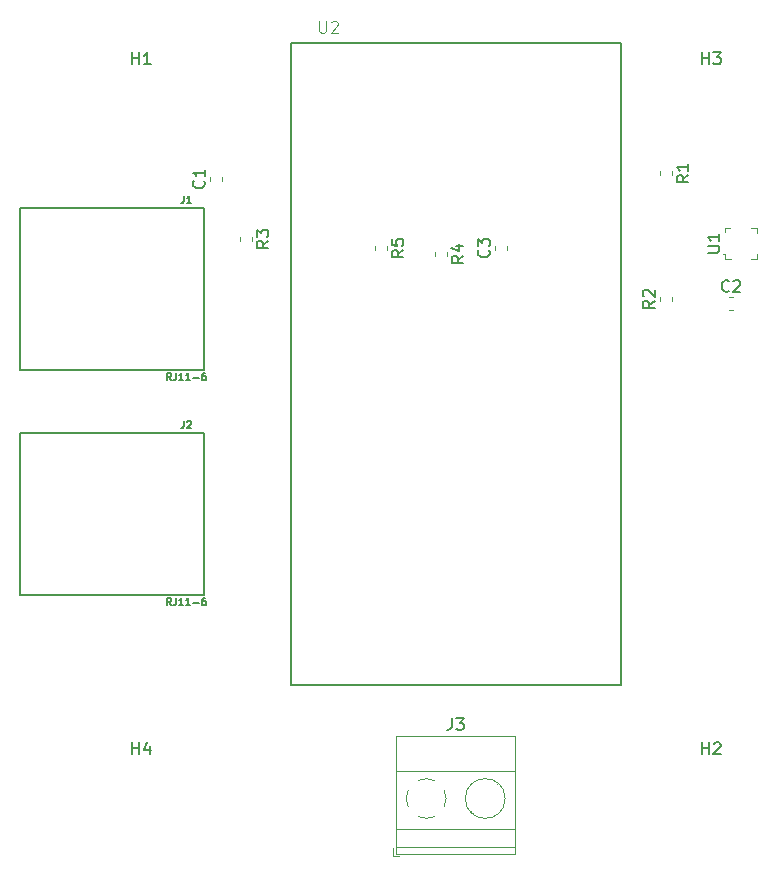
<source format=gbr>
%TF.GenerationSoftware,KiCad,Pcbnew,5.1.7-a382d34a8~88~ubuntu20.04.1*%
%TF.CreationDate,2021-03-16T20:42:08-04:00*%
%TF.ProjectId,weather_station,77656174-6865-4725-9f73-746174696f6e,rev?*%
%TF.SameCoordinates,Original*%
%TF.FileFunction,Legend,Top*%
%TF.FilePolarity,Positive*%
%FSLAX46Y46*%
G04 Gerber Fmt 4.6, Leading zero omitted, Abs format (unit mm)*
G04 Created by KiCad (PCBNEW 5.1.7-a382d34a8~88~ubuntu20.04.1) date 2021-03-16 20:42:08*
%MOMM*%
%LPD*%
G01*
G04 APERTURE LIST*
%ADD10C,0.120000*%
%ADD11C,0.203200*%
%ADD12C,0.100000*%
%ADD13C,0.127000*%
%ADD14C,0.150000*%
%ADD15C,0.015000*%
G04 APERTURE END LIST*
D10*
%TO.C,C3*%
X144020000Y-76766267D02*
X144020000Y-76423733D01*
X143000000Y-76766267D02*
X143000000Y-76423733D01*
%TO.C,R5*%
X132840000Y-76423733D02*
X132840000Y-76766267D01*
X133860000Y-76423733D02*
X133860000Y-76766267D01*
%TO.C,R4*%
X137920000Y-76903733D02*
X137920000Y-77246267D01*
X138940000Y-76903733D02*
X138940000Y-77246267D01*
%TO.C,R3*%
X121410000Y-75633733D02*
X121410000Y-75976267D01*
X122430000Y-75633733D02*
X122430000Y-75976267D01*
%TO.C,C1*%
X119890000Y-70896267D02*
X119890000Y-70553733D01*
X118870000Y-70896267D02*
X118870000Y-70553733D01*
%TO.C,C2*%
X162783733Y-81790000D02*
X163126267Y-81790000D01*
X162783733Y-80770000D02*
X163126267Y-80770000D01*
D11*
%TO.C,J1*%
X102743000Y-86868000D02*
X102743000Y-73152000D01*
X118364000Y-73152000D02*
X102743000Y-73152000D01*
X118364000Y-86868000D02*
X118364000Y-73152000D01*
X102743000Y-86868000D02*
X118364000Y-86868000D01*
%TO.C,J2*%
X102743000Y-105918000D02*
X118364000Y-105918000D01*
X118364000Y-105918000D02*
X118364000Y-92202000D01*
X118364000Y-92202000D02*
X102743000Y-92202000D01*
X102743000Y-105918000D02*
X102743000Y-92202000D01*
D10*
%TO.C,J3*%
X134360000Y-128090000D02*
X134860000Y-128090000D01*
X134360000Y-127350000D02*
X134360000Y-128090000D01*
X140933000Y-124213000D02*
X140886000Y-124259000D01*
X143230000Y-121915000D02*
X143195000Y-121951000D01*
X141126000Y-124429000D02*
X141091000Y-124464000D01*
X143435000Y-122121000D02*
X143388000Y-122167000D01*
X144720000Y-117929000D02*
X144720000Y-127850000D01*
X134600000Y-117929000D02*
X134600000Y-127850000D01*
X134600000Y-127850000D02*
X144720000Y-127850000D01*
X134600000Y-117929000D02*
X144720000Y-117929000D01*
X134600000Y-120889000D02*
X144720000Y-120889000D01*
X134600000Y-125790000D02*
X144720000Y-125790000D01*
X134600000Y-127290000D02*
X144720000Y-127290000D01*
X143840000Y-123190000D02*
G75*
G03*
X143840000Y-123190000I-1680000J0D01*
G01*
X137843318Y-124724756D02*
G75*
G02*
X137160000Y-124870000I-683318J1534756D01*
G01*
X138695426Y-122506958D02*
G75*
G02*
X138695000Y-123874000I-1535426J-683042D01*
G01*
X136476958Y-121654574D02*
G75*
G02*
X137844000Y-121655000I683042J-1535426D01*
G01*
X135624574Y-123873042D02*
G75*
G02*
X135625000Y-122506000I1535426J683042D01*
G01*
X137188805Y-124870253D02*
G75*
G02*
X136476000Y-124725000I-28805J1680253D01*
G01*
%TO.C,R1*%
X156970000Y-70073733D02*
X156970000Y-70416267D01*
X157990000Y-70073733D02*
X157990000Y-70416267D01*
%TO.C,R2*%
X156970000Y-81056267D02*
X156970000Y-80713733D01*
X157990000Y-81056267D02*
X157990000Y-80713733D01*
D12*
%TO.C,U1*%
X162480000Y-74850000D02*
X162480000Y-75225000D01*
X162480000Y-74850000D02*
X162855000Y-74850000D01*
X162480000Y-77550000D02*
X162480000Y-77050000D01*
X162480000Y-77550000D02*
X162980000Y-77550000D01*
X162480000Y-77050000D02*
X162280000Y-77050000D01*
X165180000Y-77550000D02*
X165180000Y-77050000D01*
X165180000Y-77550000D02*
X164680000Y-77550000D01*
X165180000Y-74850000D02*
X165180000Y-75350000D01*
X165180000Y-74850000D02*
X164680000Y-74850000D01*
D13*
%TO.C,U2*%
X153650000Y-113610000D02*
X125750000Y-113610000D01*
X153650000Y-59210000D02*
X153650000Y-113610000D01*
X125750000Y-59210000D02*
X153650000Y-59210000D01*
X125750000Y-113610000D02*
X125750000Y-59210000D01*
%TO.C,C3*%
D14*
X142437142Y-76761666D02*
X142484761Y-76809285D01*
X142532380Y-76952142D01*
X142532380Y-77047380D01*
X142484761Y-77190238D01*
X142389523Y-77285476D01*
X142294285Y-77333095D01*
X142103809Y-77380714D01*
X141960952Y-77380714D01*
X141770476Y-77333095D01*
X141675238Y-77285476D01*
X141580000Y-77190238D01*
X141532380Y-77047380D01*
X141532380Y-76952142D01*
X141580000Y-76809285D01*
X141627619Y-76761666D01*
X141532380Y-76428333D02*
X141532380Y-75809285D01*
X141913333Y-76142619D01*
X141913333Y-75999761D01*
X141960952Y-75904523D01*
X142008571Y-75856904D01*
X142103809Y-75809285D01*
X142341904Y-75809285D01*
X142437142Y-75856904D01*
X142484761Y-75904523D01*
X142532380Y-75999761D01*
X142532380Y-76285476D01*
X142484761Y-76380714D01*
X142437142Y-76428333D01*
%TO.C,R5*%
X135232380Y-76761666D02*
X134756190Y-77095000D01*
X135232380Y-77333095D02*
X134232380Y-77333095D01*
X134232380Y-76952142D01*
X134280000Y-76856904D01*
X134327619Y-76809285D01*
X134422857Y-76761666D01*
X134565714Y-76761666D01*
X134660952Y-76809285D01*
X134708571Y-76856904D01*
X134756190Y-76952142D01*
X134756190Y-77333095D01*
X134232380Y-75856904D02*
X134232380Y-76333095D01*
X134708571Y-76380714D01*
X134660952Y-76333095D01*
X134613333Y-76237857D01*
X134613333Y-75999761D01*
X134660952Y-75904523D01*
X134708571Y-75856904D01*
X134803809Y-75809285D01*
X135041904Y-75809285D01*
X135137142Y-75856904D01*
X135184761Y-75904523D01*
X135232380Y-75999761D01*
X135232380Y-76237857D01*
X135184761Y-76333095D01*
X135137142Y-76380714D01*
%TO.C,R4*%
X140312380Y-77241666D02*
X139836190Y-77575000D01*
X140312380Y-77813095D02*
X139312380Y-77813095D01*
X139312380Y-77432142D01*
X139360000Y-77336904D01*
X139407619Y-77289285D01*
X139502857Y-77241666D01*
X139645714Y-77241666D01*
X139740952Y-77289285D01*
X139788571Y-77336904D01*
X139836190Y-77432142D01*
X139836190Y-77813095D01*
X139645714Y-76384523D02*
X140312380Y-76384523D01*
X139264761Y-76622619D02*
X139979047Y-76860714D01*
X139979047Y-76241666D01*
%TO.C,R3*%
X123802380Y-75971666D02*
X123326190Y-76305000D01*
X123802380Y-76543095D02*
X122802380Y-76543095D01*
X122802380Y-76162142D01*
X122850000Y-76066904D01*
X122897619Y-76019285D01*
X122992857Y-75971666D01*
X123135714Y-75971666D01*
X123230952Y-76019285D01*
X123278571Y-76066904D01*
X123326190Y-76162142D01*
X123326190Y-76543095D01*
X122802380Y-75638333D02*
X122802380Y-75019285D01*
X123183333Y-75352619D01*
X123183333Y-75209761D01*
X123230952Y-75114523D01*
X123278571Y-75066904D01*
X123373809Y-75019285D01*
X123611904Y-75019285D01*
X123707142Y-75066904D01*
X123754761Y-75114523D01*
X123802380Y-75209761D01*
X123802380Y-75495476D01*
X123754761Y-75590714D01*
X123707142Y-75638333D01*
%TO.C,C1*%
X118307142Y-70891666D02*
X118354761Y-70939285D01*
X118402380Y-71082142D01*
X118402380Y-71177380D01*
X118354761Y-71320238D01*
X118259523Y-71415476D01*
X118164285Y-71463095D01*
X117973809Y-71510714D01*
X117830952Y-71510714D01*
X117640476Y-71463095D01*
X117545238Y-71415476D01*
X117450000Y-71320238D01*
X117402380Y-71177380D01*
X117402380Y-71082142D01*
X117450000Y-70939285D01*
X117497619Y-70891666D01*
X118402380Y-69939285D02*
X118402380Y-70510714D01*
X118402380Y-70225000D02*
X117402380Y-70225000D01*
X117545238Y-70320238D01*
X117640476Y-70415476D01*
X117688095Y-70510714D01*
%TO.C,C2*%
X162788333Y-80207142D02*
X162740714Y-80254761D01*
X162597857Y-80302380D01*
X162502619Y-80302380D01*
X162359761Y-80254761D01*
X162264523Y-80159523D01*
X162216904Y-80064285D01*
X162169285Y-79873809D01*
X162169285Y-79730952D01*
X162216904Y-79540476D01*
X162264523Y-79445238D01*
X162359761Y-79350000D01*
X162502619Y-79302380D01*
X162597857Y-79302380D01*
X162740714Y-79350000D01*
X162788333Y-79397619D01*
X163169285Y-79397619D02*
X163216904Y-79350000D01*
X163312142Y-79302380D01*
X163550238Y-79302380D01*
X163645476Y-79350000D01*
X163693095Y-79397619D01*
X163740714Y-79492857D01*
X163740714Y-79588095D01*
X163693095Y-79730952D01*
X163121666Y-80302380D01*
X163740714Y-80302380D01*
%TO.C,H1*%
X112268095Y-61022380D02*
X112268095Y-60022380D01*
X112268095Y-60498571D02*
X112839523Y-60498571D01*
X112839523Y-61022380D02*
X112839523Y-60022380D01*
X113839523Y-61022380D02*
X113268095Y-61022380D01*
X113553809Y-61022380D02*
X113553809Y-60022380D01*
X113458571Y-60165238D01*
X113363333Y-60260476D01*
X113268095Y-60308095D01*
%TO.C,H2*%
X160528095Y-119442380D02*
X160528095Y-118442380D01*
X160528095Y-118918571D02*
X161099523Y-118918571D01*
X161099523Y-119442380D02*
X161099523Y-118442380D01*
X161528095Y-118537619D02*
X161575714Y-118490000D01*
X161670952Y-118442380D01*
X161909047Y-118442380D01*
X162004285Y-118490000D01*
X162051904Y-118537619D01*
X162099523Y-118632857D01*
X162099523Y-118728095D01*
X162051904Y-118870952D01*
X161480476Y-119442380D01*
X162099523Y-119442380D01*
%TO.C,H3*%
X160528095Y-61022380D02*
X160528095Y-60022380D01*
X160528095Y-60498571D02*
X161099523Y-60498571D01*
X161099523Y-61022380D02*
X161099523Y-60022380D01*
X161480476Y-60022380D02*
X162099523Y-60022380D01*
X161766190Y-60403333D01*
X161909047Y-60403333D01*
X162004285Y-60450952D01*
X162051904Y-60498571D01*
X162099523Y-60593809D01*
X162099523Y-60831904D01*
X162051904Y-60927142D01*
X162004285Y-60974761D01*
X161909047Y-61022380D01*
X161623333Y-61022380D01*
X161528095Y-60974761D01*
X161480476Y-60927142D01*
%TO.C,H4*%
X112268095Y-119442380D02*
X112268095Y-118442380D01*
X112268095Y-118918571D02*
X112839523Y-118918571D01*
X112839523Y-119442380D02*
X112839523Y-118442380D01*
X113744285Y-118775714D02*
X113744285Y-119442380D01*
X113506190Y-118394761D02*
X113268095Y-119109047D01*
X113887142Y-119109047D01*
%TO.C,J1*%
D13*
X116636800Y-72183171D02*
X116636800Y-72618600D01*
X116607771Y-72705685D01*
X116549714Y-72763742D01*
X116462628Y-72792771D01*
X116404571Y-72792771D01*
X117246400Y-72792771D02*
X116898057Y-72792771D01*
X117072228Y-72792771D02*
X117072228Y-72183171D01*
X117014171Y-72270257D01*
X116956114Y-72328314D01*
X116898057Y-72357342D01*
X115548228Y-87778771D02*
X115345028Y-87488485D01*
X115199885Y-87778771D02*
X115199885Y-87169171D01*
X115432114Y-87169171D01*
X115490171Y-87198200D01*
X115519200Y-87227228D01*
X115548228Y-87285285D01*
X115548228Y-87372371D01*
X115519200Y-87430428D01*
X115490171Y-87459457D01*
X115432114Y-87488485D01*
X115199885Y-87488485D01*
X115983657Y-87169171D02*
X115983657Y-87604600D01*
X115954628Y-87691685D01*
X115896571Y-87749742D01*
X115809485Y-87778771D01*
X115751428Y-87778771D01*
X116593257Y-87778771D02*
X116244914Y-87778771D01*
X116419085Y-87778771D02*
X116419085Y-87169171D01*
X116361028Y-87256257D01*
X116302971Y-87314314D01*
X116244914Y-87343342D01*
X117173828Y-87778771D02*
X116825485Y-87778771D01*
X116999657Y-87778771D02*
X116999657Y-87169171D01*
X116941600Y-87256257D01*
X116883542Y-87314314D01*
X116825485Y-87343342D01*
X117435085Y-87546542D02*
X117899542Y-87546542D01*
X118451085Y-87169171D02*
X118334971Y-87169171D01*
X118276914Y-87198200D01*
X118247885Y-87227228D01*
X118189828Y-87314314D01*
X118160800Y-87430428D01*
X118160800Y-87662657D01*
X118189828Y-87720714D01*
X118218857Y-87749742D01*
X118276914Y-87778771D01*
X118393028Y-87778771D01*
X118451085Y-87749742D01*
X118480114Y-87720714D01*
X118509142Y-87662657D01*
X118509142Y-87517514D01*
X118480114Y-87459457D01*
X118451085Y-87430428D01*
X118393028Y-87401400D01*
X118276914Y-87401400D01*
X118218857Y-87430428D01*
X118189828Y-87459457D01*
X118160800Y-87517514D01*
%TO.C,J2*%
X116636800Y-91233171D02*
X116636800Y-91668600D01*
X116607771Y-91755685D01*
X116549714Y-91813742D01*
X116462628Y-91842771D01*
X116404571Y-91842771D01*
X116898057Y-91291228D02*
X116927085Y-91262200D01*
X116985142Y-91233171D01*
X117130285Y-91233171D01*
X117188342Y-91262200D01*
X117217371Y-91291228D01*
X117246400Y-91349285D01*
X117246400Y-91407342D01*
X117217371Y-91494428D01*
X116869028Y-91842771D01*
X117246400Y-91842771D01*
X115548228Y-106828771D02*
X115345028Y-106538485D01*
X115199885Y-106828771D02*
X115199885Y-106219171D01*
X115432114Y-106219171D01*
X115490171Y-106248200D01*
X115519200Y-106277228D01*
X115548228Y-106335285D01*
X115548228Y-106422371D01*
X115519200Y-106480428D01*
X115490171Y-106509457D01*
X115432114Y-106538485D01*
X115199885Y-106538485D01*
X115983657Y-106219171D02*
X115983657Y-106654600D01*
X115954628Y-106741685D01*
X115896571Y-106799742D01*
X115809485Y-106828771D01*
X115751428Y-106828771D01*
X116593257Y-106828771D02*
X116244914Y-106828771D01*
X116419085Y-106828771D02*
X116419085Y-106219171D01*
X116361028Y-106306257D01*
X116302971Y-106364314D01*
X116244914Y-106393342D01*
X117173828Y-106828771D02*
X116825485Y-106828771D01*
X116999657Y-106828771D02*
X116999657Y-106219171D01*
X116941600Y-106306257D01*
X116883542Y-106364314D01*
X116825485Y-106393342D01*
X117435085Y-106596542D02*
X117899542Y-106596542D01*
X118451085Y-106219171D02*
X118334971Y-106219171D01*
X118276914Y-106248200D01*
X118247885Y-106277228D01*
X118189828Y-106364314D01*
X118160800Y-106480428D01*
X118160800Y-106712657D01*
X118189828Y-106770714D01*
X118218857Y-106799742D01*
X118276914Y-106828771D01*
X118393028Y-106828771D01*
X118451085Y-106799742D01*
X118480114Y-106770714D01*
X118509142Y-106712657D01*
X118509142Y-106567514D01*
X118480114Y-106509457D01*
X118451085Y-106480428D01*
X118393028Y-106451400D01*
X118276914Y-106451400D01*
X118218857Y-106480428D01*
X118189828Y-106509457D01*
X118160800Y-106567514D01*
%TO.C,J3*%
D14*
X139326666Y-116382380D02*
X139326666Y-117096666D01*
X139279047Y-117239523D01*
X139183809Y-117334761D01*
X139040952Y-117382380D01*
X138945714Y-117382380D01*
X139707619Y-116382380D02*
X140326666Y-116382380D01*
X139993333Y-116763333D01*
X140136190Y-116763333D01*
X140231428Y-116810952D01*
X140279047Y-116858571D01*
X140326666Y-116953809D01*
X140326666Y-117191904D01*
X140279047Y-117287142D01*
X140231428Y-117334761D01*
X140136190Y-117382380D01*
X139850476Y-117382380D01*
X139755238Y-117334761D01*
X139707619Y-117287142D01*
%TO.C,R1*%
X159362380Y-70411666D02*
X158886190Y-70745000D01*
X159362380Y-70983095D02*
X158362380Y-70983095D01*
X158362380Y-70602142D01*
X158410000Y-70506904D01*
X158457619Y-70459285D01*
X158552857Y-70411666D01*
X158695714Y-70411666D01*
X158790952Y-70459285D01*
X158838571Y-70506904D01*
X158886190Y-70602142D01*
X158886190Y-70983095D01*
X159362380Y-69459285D02*
X159362380Y-70030714D01*
X159362380Y-69745000D02*
X158362380Y-69745000D01*
X158505238Y-69840238D01*
X158600476Y-69935476D01*
X158648095Y-70030714D01*
%TO.C,R2*%
X156502380Y-81051666D02*
X156026190Y-81385000D01*
X156502380Y-81623095D02*
X155502380Y-81623095D01*
X155502380Y-81242142D01*
X155550000Y-81146904D01*
X155597619Y-81099285D01*
X155692857Y-81051666D01*
X155835714Y-81051666D01*
X155930952Y-81099285D01*
X155978571Y-81146904D01*
X156026190Y-81242142D01*
X156026190Y-81623095D01*
X155597619Y-80670714D02*
X155550000Y-80623095D01*
X155502380Y-80527857D01*
X155502380Y-80289761D01*
X155550000Y-80194523D01*
X155597619Y-80146904D01*
X155692857Y-80099285D01*
X155788095Y-80099285D01*
X155930952Y-80146904D01*
X156502380Y-80718333D01*
X156502380Y-80099285D01*
%TO.C,U1*%
X160982380Y-76961904D02*
X161791904Y-76961904D01*
X161887142Y-76914285D01*
X161934761Y-76866666D01*
X161982380Y-76771428D01*
X161982380Y-76580952D01*
X161934761Y-76485714D01*
X161887142Y-76438095D01*
X161791904Y-76390476D01*
X160982380Y-76390476D01*
X161982380Y-75390476D02*
X161982380Y-75961904D01*
X161982380Y-75676190D02*
X160982380Y-75676190D01*
X161125238Y-75771428D01*
X161220476Y-75866666D01*
X161268095Y-75961904D01*
%TO.C,U2*%
D15*
X128108626Y-57366124D02*
X128108626Y-58175960D01*
X128156263Y-58271235D01*
X128203901Y-58318873D01*
X128299175Y-58366510D01*
X128489725Y-58366510D01*
X128585000Y-58318873D01*
X128632637Y-58271235D01*
X128680275Y-58175960D01*
X128680275Y-57366124D01*
X129109012Y-57461399D02*
X129156649Y-57413762D01*
X129251924Y-57366124D01*
X129490111Y-57366124D01*
X129585386Y-57413762D01*
X129633023Y-57461399D01*
X129680661Y-57556674D01*
X129680661Y-57651949D01*
X129633023Y-57794861D01*
X129061374Y-58366510D01*
X129680661Y-58366510D01*
%TD*%
M02*

</source>
